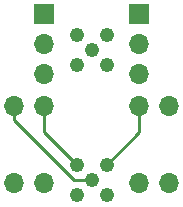
<source format=gbr>
%TF.GenerationSoftware,KiCad,Pcbnew,8.0.9-1.fc41*%
%TF.CreationDate,2025-03-19T11:36:09+02:00*%
%TF.ProjectId,FBK-4mm-Red,46424b2d-346d-46d2-9d52-65642e6b6963,rev?*%
%TF.SameCoordinates,Original*%
%TF.FileFunction,Copper,L2,Bot*%
%TF.FilePolarity,Positive*%
%FSLAX46Y46*%
G04 Gerber Fmt 4.6, Leading zero omitted, Abs format (unit mm)*
G04 Created by KiCad (PCBNEW 8.0.9-1.fc41) date 2025-03-19 11:36:09*
%MOMM*%
%LPD*%
G01*
G04 APERTURE LIST*
%TA.AperFunction,ComponentPad*%
%ADD10C,1.240000*%
%TD*%
%TA.AperFunction,ComponentPad*%
%ADD11R,1.700000X1.700000*%
%TD*%
%TA.AperFunction,ComponentPad*%
%ADD12O,1.700000X1.700000*%
%TD*%
%TA.AperFunction,Conductor*%
%ADD13C,0.250000*%
%TD*%
G04 APERTURE END LIST*
D10*
%TO.P,J-PWR-2,1,Pin_1*%
%TO.N,HV+*%
X150000000Y-105000000D03*
%TO.P,J-PWR-2,2,Pin_2*%
%TO.N,GND*%
X148730000Y-103730000D03*
X148730000Y-106270000D03*
X151270000Y-103730000D03*
X151270000Y-106270000D03*
%TD*%
D11*
%TO.P,J-SIG1,1,Pin_1*%
%TO.N,SIG*%
X154000000Y-91000000D03*
D12*
%TO.P,J-SIG1,2,Pin_2*%
%TO.N,unconnected-(J-SIG1-Pin_2-Pad2)*%
X154000000Y-93540000D03*
%TO.P,J-SIG1,3,Pin_3*%
%TO.N,GND*%
X154000000Y-96080000D03*
%TD*%
%TO.P,C1,1,+*%
%TO.N,Net-(C1-+)*%
X146000000Y-105270000D03*
%TO.P,C1,2,-*%
%TO.N,GND*%
X146000000Y-98730000D03*
%TD*%
%TO.P,R1,1,+*%
%TO.N,HV+*%
X143460000Y-98730000D03*
%TO.P,R1,2,-*%
%TO.N,Net-(C1-+)*%
X143460000Y-105270000D03*
%TD*%
D11*
%TO.P,J-PWR1,1,Pin_1*%
%TO.N,HV+*%
X146000000Y-91000000D03*
D12*
%TO.P,J-PWR1,2,Pin_2*%
%TO.N,unconnected-(J-PWR1-Pin_2-Pad2)*%
X146000000Y-93540000D03*
%TO.P,J-PWR1,3,Pin_3*%
%TO.N,GND*%
X146000000Y-96080000D03*
%TD*%
%TO.P,R2,1,+*%
%TO.N,Net-(C2-+)*%
X154000000Y-105270000D03*
%TO.P,R2,2,-*%
%TO.N,GND*%
X154000000Y-98730000D03*
%TD*%
D10*
%TO.P,J-SIG-2,1,Pin_1*%
%TO.N,SIG*%
X150000000Y-94000000D03*
%TO.P,J-SIG-2,2,Pin_2*%
%TO.N,GND*%
X148730000Y-92730000D03*
X148730000Y-95270000D03*
X151270000Y-92730000D03*
X151270000Y-95270000D03*
%TD*%
D12*
%TO.P,C2,1,+*%
%TO.N,Net-(C2-+)*%
X156540000Y-105270000D03*
%TO.P,C2,2,-*%
%TO.N,SIG*%
X156540000Y-98730000D03*
%TD*%
D13*
%TO.N,GND*%
X148730000Y-103730000D02*
X146000000Y-101000000D01*
X154000000Y-101000000D02*
X154000000Y-98730000D01*
X151270000Y-103730000D02*
X154000000Y-101000000D01*
X146000000Y-101000000D02*
X146000000Y-98730000D01*
%TO.N,HV+*%
X143460000Y-98730000D02*
X143460000Y-99932081D01*
X148527919Y-105000000D02*
X150000000Y-105000000D01*
X143460000Y-99932081D02*
X148527919Y-105000000D01*
%TD*%
M02*

</source>
